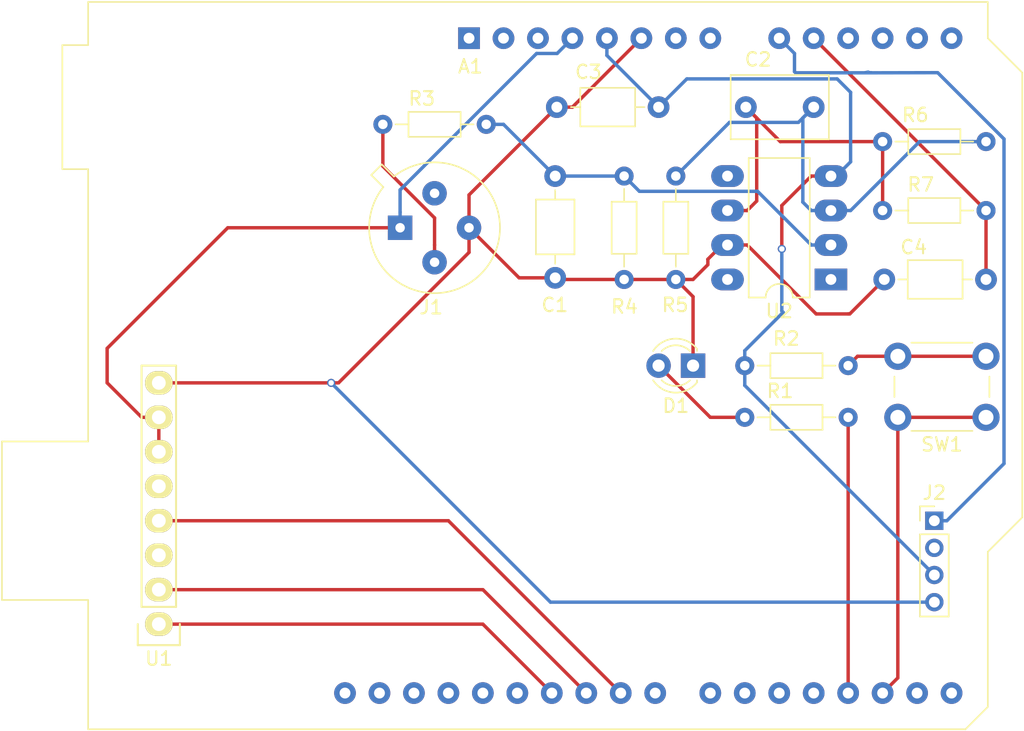
<source format=kicad_pcb>
(kicad_pcb (version 20171130) (host pcbnew "(5.0.2)-1")

  (general
    (thickness 1.6)
    (drawings 1)
    (tracks 118)
    (zones 0)
    (modules 18)
    (nets 46)
  )

  (page A4)
  (title_block
    (date "lun. 30 mars 2015")
  )

  (layers
    (0 F.Cu signal)
    (31 B.Cu signal)
    (32 B.Adhes user)
    (33 F.Adhes user)
    (34 B.Paste user)
    (35 F.Paste user)
    (36 B.SilkS user)
    (37 F.SilkS user)
    (38 B.Mask user)
    (39 F.Mask user)
    (40 Dwgs.User user)
    (41 Cmts.User user)
    (42 Eco1.User user)
    (43 Eco2.User user)
    (44 Edge.Cuts user)
    (45 Margin user)
    (46 B.CrtYd user)
    (47 F.CrtYd user)
    (48 B.Fab user)
    (49 F.Fab user)
  )

  (setup
    (last_trace_width 0.25)
    (trace_clearance 0.2)
    (zone_clearance 0.508)
    (zone_45_only no)
    (trace_min 0.2)
    (segment_width 0.15)
    (edge_width 0.15)
    (via_size 0.6)
    (via_drill 0.4)
    (via_min_size 0.4)
    (via_min_drill 0.3)
    (uvia_size 0.3)
    (uvia_drill 0.1)
    (uvias_allowed no)
    (uvia_min_size 0.2)
    (uvia_min_drill 0.1)
    (pcb_text_width 0.3)
    (pcb_text_size 1.5 1.5)
    (mod_edge_width 0.15)
    (mod_text_size 1 1)
    (mod_text_width 0.15)
    (pad_size 4.064 4.064)
    (pad_drill 3.048)
    (pad_to_mask_clearance 0)
    (solder_mask_min_width 0.25)
    (aux_axis_origin 110.998 126.365)
    (visible_elements 7FFFFFFF)
    (pcbplotparams
      (layerselection 0x00030_80000001)
      (usegerberextensions false)
      (usegerberattributes false)
      (usegerberadvancedattributes false)
      (creategerberjobfile false)
      (excludeedgelayer true)
      (linewidth 0.100000)
      (plotframeref false)
      (viasonmask false)
      (mode 1)
      (useauxorigin false)
      (hpglpennumber 1)
      (hpglpenspeed 20)
      (hpglpendiameter 15.000000)
      (psnegative false)
      (psa4output false)
      (plotreference true)
      (plotvalue true)
      (plotinvisibletext false)
      (padsonsilk false)
      (subtractmaskfromsilk false)
      (outputformat 1)
      (mirror false)
      (drillshape 1)
      (scaleselection 1)
      (outputdirectory ""))
  )

  (net 0 "")
  (net 1 +5V)
  (net 2 GND)
  (net 3 "Net-(A1-Pad16)")
  (net 4 "Net-(A1-Pad15)")
  (net 5 "Net-(A1-Pad30)")
  (net 6 "Net-(A1-Pad14)")
  (net 7 "Net-(A1-Pad29)")
  (net 8 "Net-(A1-Pad13)")
  (net 9 "Net-(A1-Pad28)")
  (net 10 "Net-(A1-Pad12)")
  (net 11 RST)
  (net 12 "Net-(A1-Pad11)")
  (net 13 Tx)
  (net 14 Rx)
  (net 15 "Net-(A1-Pad8)")
  (net 16 "Net-(A1-Pad23)")
  (net 17 "Net-(A1-Pad7)")
  (net 18 "Net-(A1-Pad22)")
  (net 19 "Net-(A1-Pad21)")
  (net 20 "Net-(A1-Pad20)")
  (net 21 "Net-(A1-Pad19)")
  (net 22 "Net-(A1-Pad3)")
  (net 23 "Net-(A1-Pad2)")
  (net 24 "Net-(A1-Pad1)")
  (net 25 "Net-(A1-Pad31)")
  (net 26 "Net-(A1-Pad32)")
  (net 27 "Net-(J2-Pad2)")
  (net 28 A0)
  (net 29 D3)
  (net 30 D2)
  (net 31 "Net-(D1-Pad2)")
  (net 32 "Net-(R1-Pad1)")
  (net 33 "Net-(A1-Pad27)")
  (net 34 +3V3)
  (net 35 "Net-(U1-Pad5)")
  (net 36 "Net-(U1-Pad3)")
  (net 37 A1)
  (net 38 "Net-(C1-Pad1)")
  (net 39 "Net-(C2-Pad2)")
  (net 40 "Net-(C2-Pad1)")
  (net 41 "Net-(J1-Pad2)")
  (net 42 "Net-(J1-Pad4)")
  (net 43 "Net-(U2-Pad8)")
  (net 44 "Net-(U2-Pad5)")
  (net 45 "Net-(U2-Pad1)")

  (net_class Default "This is the default net class."
    (clearance 0.2)
    (trace_width 0.25)
    (via_dia 0.6)
    (via_drill 0.4)
    (uvia_dia 0.3)
    (uvia_drill 0.1)
    (add_net +3V3)
    (add_net +5V)
    (add_net A0)
    (add_net A1)
    (add_net D2)
    (add_net D3)
    (add_net GND)
    (add_net "Net-(A1-Pad1)")
    (add_net "Net-(A1-Pad11)")
    (add_net "Net-(A1-Pad12)")
    (add_net "Net-(A1-Pad13)")
    (add_net "Net-(A1-Pad14)")
    (add_net "Net-(A1-Pad15)")
    (add_net "Net-(A1-Pad16)")
    (add_net "Net-(A1-Pad19)")
    (add_net "Net-(A1-Pad2)")
    (add_net "Net-(A1-Pad20)")
    (add_net "Net-(A1-Pad21)")
    (add_net "Net-(A1-Pad22)")
    (add_net "Net-(A1-Pad23)")
    (add_net "Net-(A1-Pad27)")
    (add_net "Net-(A1-Pad28)")
    (add_net "Net-(A1-Pad29)")
    (add_net "Net-(A1-Pad3)")
    (add_net "Net-(A1-Pad30)")
    (add_net "Net-(A1-Pad31)")
    (add_net "Net-(A1-Pad32)")
    (add_net "Net-(A1-Pad7)")
    (add_net "Net-(A1-Pad8)")
    (add_net "Net-(C1-Pad1)")
    (add_net "Net-(C2-Pad1)")
    (add_net "Net-(C2-Pad2)")
    (add_net "Net-(D1-Pad2)")
    (add_net "Net-(J1-Pad2)")
    (add_net "Net-(J1-Pad4)")
    (add_net "Net-(J2-Pad2)")
    (add_net "Net-(R1-Pad1)")
    (add_net "Net-(U1-Pad3)")
    (add_net "Net-(U1-Pad5)")
    (add_net "Net-(U2-Pad1)")
    (add_net "Net-(U2-Pad5)")
    (add_net "Net-(U2-Pad8)")
    (add_net RST)
    (add_net Rx)
    (add_net Tx)
  )

  (module Resistor_THT:R_Axial_DIN0204_L3.6mm_D1.6mm_P7.62mm_Horizontal (layer F.Cu) (tedit 5AE5139B) (tstamp 5DDC0CA7)
    (at 167.64 99.06 180)
    (descr "Resistor, Axial_DIN0204 series, Axial, Horizontal, pin pitch=7.62mm, 0.167W, length*diameter=3.6*1.6mm^2, http://cdn-reichelt.de/documents/datenblatt/B400/1_4W%23YAG.pdf")
    (tags "Resistor Axial_DIN0204 series Axial Horizontal pin pitch 7.62mm 0.167W length 3.6mm diameter 1.6mm")
    (path /5DDC34ED)
    (fp_text reference R1 (at 5.02 -1.87) (layer F.SilkS)
      (effects (font (size 1 1) (thickness 0.15)))
    )
    (fp_text value 10k (at 1.62 2.05) (layer F.Fab)
      (effects (font (size 1 1) (thickness 0.15)))
    )
    (fp_text user %R (at 3.64 0.03) (layer F.Fab)
      (effects (font (size 1 1) (thickness 0.15)))
    )
    (fp_line (start 8.57 -1.05) (end -0.95 -1.05) (layer F.CrtYd) (width 0.05))
    (fp_line (start 8.57 1.05) (end 8.57 -1.05) (layer F.CrtYd) (width 0.05))
    (fp_line (start -0.95 1.05) (end 8.57 1.05) (layer F.CrtYd) (width 0.05))
    (fp_line (start -0.95 -1.05) (end -0.95 1.05) (layer F.CrtYd) (width 0.05))
    (fp_line (start 6.68 0) (end 5.73 0) (layer F.SilkS) (width 0.12))
    (fp_line (start 0.94 0) (end 1.89 0) (layer F.SilkS) (width 0.12))
    (fp_line (start 5.73 -0.92) (end 1.89 -0.92) (layer F.SilkS) (width 0.12))
    (fp_line (start 5.73 0.92) (end 5.73 -0.92) (layer F.SilkS) (width 0.12))
    (fp_line (start 1.89 0.92) (end 5.73 0.92) (layer F.SilkS) (width 0.12))
    (fp_line (start 1.89 -0.92) (end 1.89 0.92) (layer F.SilkS) (width 0.12))
    (fp_line (start 7.62 0) (end 5.61 0) (layer F.Fab) (width 0.1))
    (fp_line (start 0 0) (end 2.01 0) (layer F.Fab) (width 0.1))
    (fp_line (start 5.61 -0.8) (end 2.01 -0.8) (layer F.Fab) (width 0.1))
    (fp_line (start 5.61 0.8) (end 5.61 -0.8) (layer F.Fab) (width 0.1))
    (fp_line (start 2.01 0.8) (end 5.61 0.8) (layer F.Fab) (width 0.1))
    (fp_line (start 2.01 -0.8) (end 2.01 0.8) (layer F.Fab) (width 0.1))
    (pad 2 thru_hole oval (at 7.62 0 180) (size 1.4 1.4) (drill 0.7) (layers *.Cu *.Mask)
      (net 1 +5V))
    (pad 1 thru_hole circle (at 0 0 180) (size 1.4 1.4) (drill 0.7) (layers *.Cu *.Mask)
      (net 32 "Net-(R1-Pad1)"))
    (model ${KISYS3DMOD}/Resistor_THT.3dshapes/R_Axial_DIN0204_L3.6mm_D1.6mm_P7.62mm_Horizontal.wrl
      (at (xyz 0 0 0))
      (scale (xyz 1 1 1))
      (rotate (xyz 0 0 0))
    )
  )

  (module Resistor_THT:R_Axial_DIN0204_L3.6mm_D1.6mm_P7.62mm_Horizontal (layer F.Cu) (tedit 5AE5139B) (tstamp 5DDC0CBE)
    (at 160.02 102.87)
    (descr "Resistor, Axial_DIN0204 series, Axial, Horizontal, pin pitch=7.62mm, 0.167W, length*diameter=3.6*1.6mm^2, http://cdn-reichelt.de/documents/datenblatt/B400/1_4W%23YAG.pdf")
    (tags "Resistor Axial_DIN0204 series Axial Horizontal pin pitch 7.62mm 0.167W length 3.6mm diameter 1.6mm")
    (path /5DDCE033)
    (fp_text reference R2 (at 3.06 -5.8) (layer F.SilkS)
      (effects (font (size 1 1) (thickness 0.15)))
    )
    (fp_text value 330 (at 5.25 -1.88) (layer F.Fab)
      (effects (font (size 1 1) (thickness 0.15)))
    )
    (fp_line (start 2.01 -0.8) (end 2.01 0.8) (layer F.Fab) (width 0.1))
    (fp_line (start 2.01 0.8) (end 5.61 0.8) (layer F.Fab) (width 0.1))
    (fp_line (start 5.61 0.8) (end 5.61 -0.8) (layer F.Fab) (width 0.1))
    (fp_line (start 5.61 -0.8) (end 2.01 -0.8) (layer F.Fab) (width 0.1))
    (fp_line (start 0 0) (end 2.01 0) (layer F.Fab) (width 0.1))
    (fp_line (start 7.62 0) (end 5.61 0) (layer F.Fab) (width 0.1))
    (fp_line (start 1.89 -0.92) (end 1.89 0.92) (layer F.SilkS) (width 0.12))
    (fp_line (start 1.89 0.92) (end 5.73 0.92) (layer F.SilkS) (width 0.12))
    (fp_line (start 5.73 0.92) (end 5.73 -0.92) (layer F.SilkS) (width 0.12))
    (fp_line (start 5.73 -0.92) (end 1.89 -0.92) (layer F.SilkS) (width 0.12))
    (fp_line (start 0.94 0) (end 1.89 0) (layer F.SilkS) (width 0.12))
    (fp_line (start 6.68 0) (end 5.73 0) (layer F.SilkS) (width 0.12))
    (fp_line (start -0.95 -1.05) (end -0.95 1.05) (layer F.CrtYd) (width 0.05))
    (fp_line (start -0.95 1.05) (end 8.57 1.05) (layer F.CrtYd) (width 0.05))
    (fp_line (start 8.57 1.05) (end 8.57 -1.05) (layer F.CrtYd) (width 0.05))
    (fp_line (start 8.57 -1.05) (end -0.95 -1.05) (layer F.CrtYd) (width 0.05))
    (fp_text user %R (at 3.81 0) (layer F.Fab)
      (effects (font (size 0.72 0.72) (thickness 0.108)))
    )
    (pad 1 thru_hole circle (at 0 0) (size 1.4 1.4) (drill 0.7) (layers *.Cu *.Mask)
      (net 31 "Net-(D1-Pad2)"))
    (pad 2 thru_hole oval (at 7.62 0) (size 1.4 1.4) (drill 0.7) (layers *.Cu *.Mask)
      (net 29 D3))
    (model ${KISYS3DMOD}/Resistor_THT.3dshapes/R_Axial_DIN0204_L3.6mm_D1.6mm_P7.62mm_Horizontal.wrl
      (at (xyz 0 0 0))
      (scale (xyz 1 1 1))
      (rotate (xyz 0 0 0))
    )
  )

  (module Resistor_THT:R_Axial_DIN0204_L3.6mm_D1.6mm_P7.62mm_Horizontal (layer F.Cu) (tedit 5AE5139B) (tstamp 5DE7A5C0)
    (at 140.97 81.28 180)
    (descr "Resistor, Axial_DIN0204 series, Axial, Horizontal, pin pitch=7.62mm, 0.167W, length*diameter=3.6*1.6mm^2, http://cdn-reichelt.de/documents/datenblatt/B400/1_4W%23YAG.pdf")
    (tags "Resistor Axial_DIN0204 series Axial Horizontal pin pitch 7.62mm 0.167W length 3.6mm diameter 1.6mm")
    (path /5DE7D95D)
    (fp_text reference R3 (at 4.75 1.9) (layer F.SilkS)
      (effects (font (size 1 1) (thickness 0.15)))
    )
    (fp_text value 10k (at 1.81 1.96) (layer F.Fab)
      (effects (font (size 1 1) (thickness 0.15)))
    )
    (fp_text user %R (at 3.81 0) (layer F.Fab)
      (effects (font (size 0.72 0.72) (thickness 0.108)))
    )
    (fp_line (start 8.57 -1.05) (end -0.95 -1.05) (layer F.CrtYd) (width 0.05))
    (fp_line (start 8.57 1.05) (end 8.57 -1.05) (layer F.CrtYd) (width 0.05))
    (fp_line (start -0.95 1.05) (end 8.57 1.05) (layer F.CrtYd) (width 0.05))
    (fp_line (start -0.95 -1.05) (end -0.95 1.05) (layer F.CrtYd) (width 0.05))
    (fp_line (start 6.68 0) (end 5.73 0) (layer F.SilkS) (width 0.12))
    (fp_line (start 0.94 0) (end 1.89 0) (layer F.SilkS) (width 0.12))
    (fp_line (start 5.73 -0.92) (end 1.89 -0.92) (layer F.SilkS) (width 0.12))
    (fp_line (start 5.73 0.92) (end 5.73 -0.92) (layer F.SilkS) (width 0.12))
    (fp_line (start 1.89 0.92) (end 5.73 0.92) (layer F.SilkS) (width 0.12))
    (fp_line (start 1.89 -0.92) (end 1.89 0.92) (layer F.SilkS) (width 0.12))
    (fp_line (start 7.62 0) (end 5.61 0) (layer F.Fab) (width 0.1))
    (fp_line (start 0 0) (end 2.01 0) (layer F.Fab) (width 0.1))
    (fp_line (start 5.61 -0.8) (end 2.01 -0.8) (layer F.Fab) (width 0.1))
    (fp_line (start 5.61 0.8) (end 5.61 -0.8) (layer F.Fab) (width 0.1))
    (fp_line (start 2.01 0.8) (end 5.61 0.8) (layer F.Fab) (width 0.1))
    (fp_line (start 2.01 -0.8) (end 2.01 0.8) (layer F.Fab) (width 0.1))
    (pad 2 thru_hole oval (at 7.62 0 180) (size 1.4 1.4) (drill 0.7) (layers *.Cu *.Mask)
      (net 41 "Net-(J1-Pad2)"))
    (pad 1 thru_hole circle (at 0 0 180) (size 1.4 1.4) (drill 0.7) (layers *.Cu *.Mask)
      (net 38 "Net-(C1-Pad1)"))
    (model ${KISYS3DMOD}/Resistor_THT.3dshapes/R_Axial_DIN0204_L3.6mm_D1.6mm_P7.62mm_Horizontal.wrl
      (at (xyz 0 0 0))
      (scale (xyz 1 1 1))
      (rotate (xyz 0 0 0))
    )
  )

  (module Resistor_THT:R_Axial_DIN0204_L3.6mm_D1.6mm_P7.62mm_Horizontal (layer F.Cu) (tedit 5AE5139B) (tstamp 5DE7A5D7)
    (at 151.13 92.71 90)
    (descr "Resistor, Axial_DIN0204 series, Axial, Horizontal, pin pitch=7.62mm, 0.167W, length*diameter=3.6*1.6mm^2, http://cdn-reichelt.de/documents/datenblatt/B400/1_4W%23YAG.pdf")
    (tags "Resistor Axial_DIN0204 series Axial Horizontal pin pitch 7.62mm 0.167W length 3.6mm diameter 1.6mm")
    (path /5DE7E008)
    (fp_text reference R4 (at -2 0.02 180) (layer F.SilkS)
      (effects (font (size 1 1) (thickness 0.15)))
    )
    (fp_text value 100k (at 3.77 -1.94 90) (layer F.Fab)
      (effects (font (size 1 1) (thickness 0.15)))
    )
    (fp_text user %R (at 3.81 0 180) (layer F.Fab)
      (effects (font (size 0.72 0.72) (thickness 0.108)))
    )
    (fp_line (start 8.57 -1.05) (end -0.95 -1.05) (layer F.CrtYd) (width 0.05))
    (fp_line (start 8.57 1.05) (end 8.57 -1.05) (layer F.CrtYd) (width 0.05))
    (fp_line (start -0.95 1.05) (end 8.57 1.05) (layer F.CrtYd) (width 0.05))
    (fp_line (start -0.95 -1.05) (end -0.95 1.05) (layer F.CrtYd) (width 0.05))
    (fp_line (start 6.68 0) (end 5.73 0) (layer F.SilkS) (width 0.12))
    (fp_line (start 0.94 0) (end 1.89 0) (layer F.SilkS) (width 0.12))
    (fp_line (start 5.73 -0.92) (end 1.89 -0.92) (layer F.SilkS) (width 0.12))
    (fp_line (start 5.73 0.92) (end 5.73 -0.92) (layer F.SilkS) (width 0.12))
    (fp_line (start 1.89 0.92) (end 5.73 0.92) (layer F.SilkS) (width 0.12))
    (fp_line (start 1.89 -0.92) (end 1.89 0.92) (layer F.SilkS) (width 0.12))
    (fp_line (start 7.62 0) (end 5.61 0) (layer F.Fab) (width 0.1))
    (fp_line (start 0 0) (end 2.01 0) (layer F.Fab) (width 0.1))
    (fp_line (start 5.61 -0.8) (end 2.01 -0.8) (layer F.Fab) (width 0.1))
    (fp_line (start 5.61 0.8) (end 5.61 -0.8) (layer F.Fab) (width 0.1))
    (fp_line (start 2.01 0.8) (end 5.61 0.8) (layer F.Fab) (width 0.1))
    (fp_line (start 2.01 -0.8) (end 2.01 0.8) (layer F.Fab) (width 0.1))
    (pad 2 thru_hole oval (at 7.62 0 90) (size 1.4 1.4) (drill 0.7) (layers *.Cu *.Mask)
      (net 38 "Net-(C1-Pad1)"))
    (pad 1 thru_hole circle (at 0 0 90) (size 1.4 1.4) (drill 0.7) (layers *.Cu *.Mask)
      (net 2 GND))
    (model ${KISYS3DMOD}/Resistor_THT.3dshapes/R_Axial_DIN0204_L3.6mm_D1.6mm_P7.62mm_Horizontal.wrl
      (at (xyz 0 0 0))
      (scale (xyz 1 1 1))
      (rotate (xyz 0 0 0))
    )
  )

  (module Resistor_THT:R_Axial_DIN0204_L3.6mm_D1.6mm_P7.62mm_Horizontal (layer F.Cu) (tedit 5AE5139B) (tstamp 5DE7A5EE)
    (at 154.94 92.71 90)
    (descr "Resistor, Axial_DIN0204 series, Axial, Horizontal, pin pitch=7.62mm, 0.167W, length*diameter=3.6*1.6mm^2, http://cdn-reichelt.de/documents/datenblatt/B400/1_4W%23YAG.pdf")
    (tags "Resistor Axial_DIN0204 series Axial Horizontal pin pitch 7.62mm 0.167W length 3.6mm diameter 1.6mm")
    (path /5DE7E6AA)
    (fp_text reference R5 (at -1.88 -0.05 180) (layer F.SilkS)
      (effects (font (size 1 1) (thickness 0.15)))
    )
    (fp_text value 1k (at 3.77 -1.95 90) (layer F.Fab)
      (effects (font (size 1 1) (thickness 0.15)))
    )
    (fp_text user %R (at 3.81 0 180) (layer F.Fab)
      (effects (font (size 0.72 0.72) (thickness 0.108)))
    )
    (fp_line (start 8.57 -1.05) (end -0.95 -1.05) (layer F.CrtYd) (width 0.05))
    (fp_line (start 8.57 1.05) (end 8.57 -1.05) (layer F.CrtYd) (width 0.05))
    (fp_line (start -0.95 1.05) (end 8.57 1.05) (layer F.CrtYd) (width 0.05))
    (fp_line (start -0.95 -1.05) (end -0.95 1.05) (layer F.CrtYd) (width 0.05))
    (fp_line (start 6.68 0) (end 5.73 0) (layer F.SilkS) (width 0.12))
    (fp_line (start 0.94 0) (end 1.89 0) (layer F.SilkS) (width 0.12))
    (fp_line (start 5.73 -0.92) (end 1.89 -0.92) (layer F.SilkS) (width 0.12))
    (fp_line (start 5.73 0.92) (end 5.73 -0.92) (layer F.SilkS) (width 0.12))
    (fp_line (start 1.89 0.92) (end 5.73 0.92) (layer F.SilkS) (width 0.12))
    (fp_line (start 1.89 -0.92) (end 1.89 0.92) (layer F.SilkS) (width 0.12))
    (fp_line (start 7.62 0) (end 5.61 0) (layer F.Fab) (width 0.1))
    (fp_line (start 0 0) (end 2.01 0) (layer F.Fab) (width 0.1))
    (fp_line (start 5.61 -0.8) (end 2.01 -0.8) (layer F.Fab) (width 0.1))
    (fp_line (start 5.61 0.8) (end 5.61 -0.8) (layer F.Fab) (width 0.1))
    (fp_line (start 2.01 0.8) (end 5.61 0.8) (layer F.Fab) (width 0.1))
    (fp_line (start 2.01 -0.8) (end 2.01 0.8) (layer F.Fab) (width 0.1))
    (pad 2 thru_hole oval (at 7.62 0 90) (size 1.4 1.4) (drill 0.7) (layers *.Cu *.Mask)
      (net 40 "Net-(C2-Pad1)"))
    (pad 1 thru_hole circle (at 0 0 90) (size 1.4 1.4) (drill 0.7) (layers *.Cu *.Mask)
      (net 2 GND))
    (model ${KISYS3DMOD}/Resistor_THT.3dshapes/R_Axial_DIN0204_L3.6mm_D1.6mm_P7.62mm_Horizontal.wrl
      (at (xyz 0 0 0))
      (scale (xyz 1 1 1))
      (rotate (xyz 0 0 0))
    )
  )

  (module Resistor_THT:R_Axial_DIN0204_L3.6mm_D1.6mm_P7.62mm_Horizontal (layer F.Cu) (tedit 5AE5139B) (tstamp 5DE7A605)
    (at 170.18 82.55)
    (descr "Resistor, Axial_DIN0204 series, Axial, Horizontal, pin pitch=7.62mm, 0.167W, length*diameter=3.6*1.6mm^2, http://cdn-reichelt.de/documents/datenblatt/B400/1_4W%23YAG.pdf")
    (tags "Resistor Axial_DIN0204 series Axial Horizontal pin pitch 7.62mm 0.167W length 3.6mm diameter 1.6mm")
    (path /5DE7D28B)
    (fp_text reference R6 (at 2.41 -1.96) (layer F.SilkS)
      (effects (font (size 1 1) (thickness 0.15)))
    )
    (fp_text value 100k (at 5.4 -1.91) (layer F.Fab)
      (effects (font (size 1 1) (thickness 0.15)))
    )
    (fp_text user %R (at 3.81 0) (layer F.Fab)
      (effects (font (size 0.72 0.72) (thickness 0.108)))
    )
    (fp_line (start 8.57 -1.05) (end -0.95 -1.05) (layer F.CrtYd) (width 0.05))
    (fp_line (start 8.57 1.05) (end 8.57 -1.05) (layer F.CrtYd) (width 0.05))
    (fp_line (start -0.95 1.05) (end 8.57 1.05) (layer F.CrtYd) (width 0.05))
    (fp_line (start -0.95 -1.05) (end -0.95 1.05) (layer F.CrtYd) (width 0.05))
    (fp_line (start 6.68 0) (end 5.73 0) (layer F.SilkS) (width 0.12))
    (fp_line (start 0.94 0) (end 1.89 0) (layer F.SilkS) (width 0.12))
    (fp_line (start 5.73 -0.92) (end 1.89 -0.92) (layer F.SilkS) (width 0.12))
    (fp_line (start 5.73 0.92) (end 5.73 -0.92) (layer F.SilkS) (width 0.12))
    (fp_line (start 1.89 0.92) (end 5.73 0.92) (layer F.SilkS) (width 0.12))
    (fp_line (start 1.89 -0.92) (end 1.89 0.92) (layer F.SilkS) (width 0.12))
    (fp_line (start 7.62 0) (end 5.61 0) (layer F.Fab) (width 0.1))
    (fp_line (start 0 0) (end 2.01 0) (layer F.Fab) (width 0.1))
    (fp_line (start 5.61 -0.8) (end 2.01 -0.8) (layer F.Fab) (width 0.1))
    (fp_line (start 5.61 0.8) (end 5.61 -0.8) (layer F.Fab) (width 0.1))
    (fp_line (start 2.01 0.8) (end 5.61 0.8) (layer F.Fab) (width 0.1))
    (fp_line (start 2.01 -0.8) (end 2.01 0.8) (layer F.Fab) (width 0.1))
    (pad 2 thru_hole oval (at 7.62 0) (size 1.4 1.4) (drill 0.7) (layers *.Cu *.Mask)
      (net 40 "Net-(C2-Pad1)"))
    (pad 1 thru_hole circle (at 0 0) (size 1.4 1.4) (drill 0.7) (layers *.Cu *.Mask)
      (net 39 "Net-(C2-Pad2)"))
    (model ${KISYS3DMOD}/Resistor_THT.3dshapes/R_Axial_DIN0204_L3.6mm_D1.6mm_P7.62mm_Horizontal.wrl
      (at (xyz 0 0 0))
      (scale (xyz 1 1 1))
      (rotate (xyz 0 0 0))
    )
  )

  (module Resistor_THT:R_Axial_DIN0204_L3.6mm_D1.6mm_P7.62mm_Horizontal (layer F.Cu) (tedit 5AE5139B) (tstamp 5DE7A61C)
    (at 177.8 87.63 180)
    (descr "Resistor, Axial_DIN0204 series, Axial, Horizontal, pin pitch=7.62mm, 0.167W, length*diameter=3.6*1.6mm^2, http://cdn-reichelt.de/documents/datenblatt/B400/1_4W%23YAG.pdf")
    (tags "Resistor Axial_DIN0204 series Axial Horizontal pin pitch 7.62mm 0.167W length 3.6mm diameter 1.6mm")
    (path /5DE7BDA4)
    (fp_text reference R7 (at 4.81 1.91) (layer F.SilkS)
      (effects (font (size 1 1) (thickness 0.15)))
    )
    (fp_text value 1k (at 2.56 1.97) (layer F.Fab)
      (effects (font (size 1 1) (thickness 0.15)))
    )
    (fp_text user %R (at 3.81 0) (layer F.Fab)
      (effects (font (size 0.72 0.72) (thickness 0.108)))
    )
    (fp_line (start 8.57 -1.05) (end -0.95 -1.05) (layer F.CrtYd) (width 0.05))
    (fp_line (start 8.57 1.05) (end 8.57 -1.05) (layer F.CrtYd) (width 0.05))
    (fp_line (start -0.95 1.05) (end 8.57 1.05) (layer F.CrtYd) (width 0.05))
    (fp_line (start -0.95 -1.05) (end -0.95 1.05) (layer F.CrtYd) (width 0.05))
    (fp_line (start 6.68 0) (end 5.73 0) (layer F.SilkS) (width 0.12))
    (fp_line (start 0.94 0) (end 1.89 0) (layer F.SilkS) (width 0.12))
    (fp_line (start 5.73 -0.92) (end 1.89 -0.92) (layer F.SilkS) (width 0.12))
    (fp_line (start 5.73 0.92) (end 5.73 -0.92) (layer F.SilkS) (width 0.12))
    (fp_line (start 1.89 0.92) (end 5.73 0.92) (layer F.SilkS) (width 0.12))
    (fp_line (start 1.89 -0.92) (end 1.89 0.92) (layer F.SilkS) (width 0.12))
    (fp_line (start 7.62 0) (end 5.61 0) (layer F.Fab) (width 0.1))
    (fp_line (start 0 0) (end 2.01 0) (layer F.Fab) (width 0.1))
    (fp_line (start 5.61 -0.8) (end 2.01 -0.8) (layer F.Fab) (width 0.1))
    (fp_line (start 5.61 0.8) (end 5.61 -0.8) (layer F.Fab) (width 0.1))
    (fp_line (start 2.01 0.8) (end 5.61 0.8) (layer F.Fab) (width 0.1))
    (fp_line (start 2.01 -0.8) (end 2.01 0.8) (layer F.Fab) (width 0.1))
    (pad 2 thru_hole oval (at 7.62 0 180) (size 1.4 1.4) (drill 0.7) (layers *.Cu *.Mask)
      (net 39 "Net-(C2-Pad2)"))
    (pad 1 thru_hole circle (at 0 0 180) (size 1.4 1.4) (drill 0.7) (layers *.Cu *.Mask)
      (net 37 A1))
    (model ${KISYS3DMOD}/Resistor_THT.3dshapes/R_Axial_DIN0204_L3.6mm_D1.6mm_P7.62mm_Horizontal.wrl
      (at (xyz 0 0 0))
      (scale (xyz 1 1 1))
      (rotate (xyz 0 0 0))
    )
  )

  (module Module:Arduino_UNO_R3 (layer F.Cu) (tedit 58AB60FC) (tstamp 5DF0B134)
    (at 139.7 74.93)
    (descr "Arduino UNO R3, http://www.mouser.com/pdfdocs/Gravitech_Arduino_Nano3_0.pdf")
    (tags "Arduino UNO R3")
    (path /5DDC2AFB)
    (fp_text reference A1 (at 0.1 2.08 180) (layer F.SilkS)
      (effects (font (size 1 1) (thickness 0.15)))
    )
    (fp_text value Arduino_UNO_R3 (at 0 22.86) (layer F.Fab)
      (effects (font (size 1 1) (thickness 0.15)))
    )
    (fp_line (start -27.94 -2.54) (end 38.1 -2.54) (layer F.Fab) (width 0.1))
    (fp_line (start -27.94 50.8) (end -27.94 -2.54) (layer F.Fab) (width 0.1))
    (fp_line (start 36.58 50.8) (end -27.94 50.8) (layer F.Fab) (width 0.1))
    (fp_line (start 38.1 49.28) (end 36.58 50.8) (layer F.Fab) (width 0.1))
    (fp_line (start 38.1 0) (end 40.64 2.54) (layer F.Fab) (width 0.1))
    (fp_line (start 38.1 -2.54) (end 38.1 0) (layer F.Fab) (width 0.1))
    (fp_line (start 40.64 35.31) (end 38.1 37.85) (layer F.Fab) (width 0.1))
    (fp_line (start 40.64 2.54) (end 40.64 35.31) (layer F.Fab) (width 0.1))
    (fp_line (start 38.1 37.85) (end 38.1 49.28) (layer F.Fab) (width 0.1))
    (fp_line (start -29.84 9.53) (end -29.84 0.64) (layer F.Fab) (width 0.1))
    (fp_line (start -16.51 9.53) (end -29.84 9.53) (layer F.Fab) (width 0.1))
    (fp_line (start -16.51 0.64) (end -16.51 9.53) (layer F.Fab) (width 0.1))
    (fp_line (start -29.84 0.64) (end -16.51 0.64) (layer F.Fab) (width 0.1))
    (fp_line (start -34.29 41.27) (end -34.29 29.84) (layer F.Fab) (width 0.1))
    (fp_line (start -18.41 41.27) (end -34.29 41.27) (layer F.Fab) (width 0.1))
    (fp_line (start -18.41 29.84) (end -18.41 41.27) (layer F.Fab) (width 0.1))
    (fp_line (start -34.29 29.84) (end -18.41 29.84) (layer F.Fab) (width 0.1))
    (fp_line (start 38.23 37.85) (end 40.77 35.31) (layer F.SilkS) (width 0.12))
    (fp_line (start 38.23 49.28) (end 38.23 37.85) (layer F.SilkS) (width 0.12))
    (fp_line (start 36.58 50.93) (end 38.23 49.28) (layer F.SilkS) (width 0.12))
    (fp_line (start -28.07 50.93) (end 36.58 50.93) (layer F.SilkS) (width 0.12))
    (fp_line (start -28.07 41.4) (end -28.07 50.93) (layer F.SilkS) (width 0.12))
    (fp_line (start -34.42 41.4) (end -28.07 41.4) (layer F.SilkS) (width 0.12))
    (fp_line (start -34.42 29.72) (end -34.42 41.4) (layer F.SilkS) (width 0.12))
    (fp_line (start -28.07 29.72) (end -34.42 29.72) (layer F.SilkS) (width 0.12))
    (fp_line (start -28.07 9.65) (end -28.07 29.72) (layer F.SilkS) (width 0.12))
    (fp_line (start -29.97 9.65) (end -28.07 9.65) (layer F.SilkS) (width 0.12))
    (fp_line (start -29.97 0.51) (end -29.97 9.65) (layer F.SilkS) (width 0.12))
    (fp_line (start -28.07 0.51) (end -29.97 0.51) (layer F.SilkS) (width 0.12))
    (fp_line (start -28.07 -2.67) (end -28.07 0.51) (layer F.SilkS) (width 0.12))
    (fp_line (start 38.23 -2.67) (end -28.07 -2.67) (layer F.SilkS) (width 0.12))
    (fp_line (start 38.23 0) (end 38.23 -2.67) (layer F.SilkS) (width 0.12))
    (fp_line (start 40.77 2.54) (end 38.23 0) (layer F.SilkS) (width 0.12))
    (fp_line (start 40.77 35.31) (end 40.77 2.54) (layer F.SilkS) (width 0.12))
    (fp_line (start -28.19 -2.79) (end 38.35 -2.79) (layer F.CrtYd) (width 0.05))
    (fp_line (start -28.19 0.38) (end -28.19 -2.79) (layer F.CrtYd) (width 0.05))
    (fp_line (start -30.1 0.38) (end -28.19 0.38) (layer F.CrtYd) (width 0.05))
    (fp_line (start -30.1 9.78) (end -30.1 0.38) (layer F.CrtYd) (width 0.05))
    (fp_line (start -28.19 9.78) (end -30.1 9.78) (layer F.CrtYd) (width 0.05))
    (fp_line (start -28.19 29.59) (end -28.19 9.78) (layer F.CrtYd) (width 0.05))
    (fp_line (start -34.54 29.59) (end -28.19 29.59) (layer F.CrtYd) (width 0.05))
    (fp_line (start -34.54 41.53) (end -34.54 29.59) (layer F.CrtYd) (width 0.05))
    (fp_line (start -28.19 41.53) (end -34.54 41.53) (layer F.CrtYd) (width 0.05))
    (fp_line (start -28.19 51.05) (end -28.19 41.53) (layer F.CrtYd) (width 0.05))
    (fp_line (start 36.58 51.05) (end -28.19 51.05) (layer F.CrtYd) (width 0.05))
    (fp_line (start 38.35 49.28) (end 36.58 51.05) (layer F.CrtYd) (width 0.05))
    (fp_line (start 38.35 37.85) (end 38.35 49.28) (layer F.CrtYd) (width 0.05))
    (fp_line (start 40.89 35.31) (end 38.35 37.85) (layer F.CrtYd) (width 0.05))
    (fp_line (start 40.89 2.54) (end 40.89 35.31) (layer F.CrtYd) (width 0.05))
    (fp_line (start 38.35 0) (end 40.89 2.54) (layer F.CrtYd) (width 0.05))
    (fp_line (start 38.35 -2.79) (end 38.35 0) (layer F.CrtYd) (width 0.05))
    (fp_text user %R (at -2.1 0.01 180) (layer F.Fab)
      (effects (font (size 1 1) (thickness 0.15)))
    )
    (pad 16 thru_hole oval (at 33.02 48.26 90) (size 1.6 1.6) (drill 0.8) (layers *.Cu *.Mask)
      (net 3 "Net-(A1-Pad16)"))
    (pad 15 thru_hole oval (at 35.56 48.26 90) (size 1.6 1.6) (drill 0.8) (layers *.Cu *.Mask)
      (net 4 "Net-(A1-Pad15)"))
    (pad 30 thru_hole oval (at -4.06 48.26 90) (size 1.6 1.6) (drill 0.8) (layers *.Cu *.Mask)
      (net 5 "Net-(A1-Pad30)"))
    (pad 14 thru_hole oval (at 35.56 0 90) (size 1.6 1.6) (drill 0.8) (layers *.Cu *.Mask)
      (net 6 "Net-(A1-Pad14)"))
    (pad 29 thru_hole oval (at -1.52 48.26 90) (size 1.6 1.6) (drill 0.8) (layers *.Cu *.Mask)
      (net 7 "Net-(A1-Pad29)"))
    (pad 13 thru_hole oval (at 33.02 0 90) (size 1.6 1.6) (drill 0.8) (layers *.Cu *.Mask)
      (net 8 "Net-(A1-Pad13)"))
    (pad 28 thru_hole oval (at 1.02 48.26 90) (size 1.6 1.6) (drill 0.8) (layers *.Cu *.Mask)
      (net 9 "Net-(A1-Pad28)"))
    (pad 12 thru_hole oval (at 30.48 0 90) (size 1.6 1.6) (drill 0.8) (layers *.Cu *.Mask)
      (net 10 "Net-(A1-Pad12)"))
    (pad 27 thru_hole oval (at 3.56 48.26 90) (size 1.6 1.6) (drill 0.8) (layers *.Cu *.Mask)
      (net 33 "Net-(A1-Pad27)"))
    (pad 11 thru_hole oval (at 27.94 0 90) (size 1.6 1.6) (drill 0.8) (layers *.Cu *.Mask)
      (net 12 "Net-(A1-Pad11)"))
    (pad 26 thru_hole oval (at 6.1 48.26 90) (size 1.6 1.6) (drill 0.8) (layers *.Cu *.Mask)
      (net 13 Tx))
    (pad 10 thru_hole oval (at 25.4 0 90) (size 1.6 1.6) (drill 0.8) (layers *.Cu *.Mask)
      (net 37 A1))
    (pad 25 thru_hole oval (at 8.64 48.26 90) (size 1.6 1.6) (drill 0.8) (layers *.Cu *.Mask)
      (net 14 Rx))
    (pad 9 thru_hole oval (at 22.86 0 90) (size 1.6 1.6) (drill 0.8) (layers *.Cu *.Mask)
      (net 28 A0))
    (pad 24 thru_hole oval (at 11.18 48.26 90) (size 1.6 1.6) (drill 0.8) (layers *.Cu *.Mask)
      (net 11 RST))
    (pad 8 thru_hole oval (at 17.78 0 90) (size 1.6 1.6) (drill 0.8) (layers *.Cu *.Mask)
      (net 15 "Net-(A1-Pad8)"))
    (pad 23 thru_hole oval (at 13.72 48.26 90) (size 1.6 1.6) (drill 0.8) (layers *.Cu *.Mask)
      (net 16 "Net-(A1-Pad23)"))
    (pad 7 thru_hole oval (at 15.24 0 90) (size 1.6 1.6) (drill 0.8) (layers *.Cu *.Mask)
      (net 17 "Net-(A1-Pad7)"))
    (pad 22 thru_hole oval (at 17.78 48.26 90) (size 1.6 1.6) (drill 0.8) (layers *.Cu *.Mask)
      (net 18 "Net-(A1-Pad22)"))
    (pad 6 thru_hole oval (at 12.7 0 90) (size 1.6 1.6) (drill 0.8) (layers *.Cu *.Mask)
      (net 2 GND))
    (pad 21 thru_hole oval (at 20.32 48.26 90) (size 1.6 1.6) (drill 0.8) (layers *.Cu *.Mask)
      (net 19 "Net-(A1-Pad21)"))
    (pad 5 thru_hole oval (at 10.16 0 90) (size 1.6 1.6) (drill 0.8) (layers *.Cu *.Mask)
      (net 1 +5V))
    (pad 20 thru_hole oval (at 22.86 48.26 90) (size 1.6 1.6) (drill 0.8) (layers *.Cu *.Mask)
      (net 20 "Net-(A1-Pad20)"))
    (pad 4 thru_hole oval (at 7.62 0 90) (size 1.6 1.6) (drill 0.8) (layers *.Cu *.Mask)
      (net 34 +3V3))
    (pad 19 thru_hole oval (at 25.4 48.26 90) (size 1.6 1.6) (drill 0.8) (layers *.Cu *.Mask)
      (net 21 "Net-(A1-Pad19)"))
    (pad 3 thru_hole oval (at 5.08 0 90) (size 1.6 1.6) (drill 0.8) (layers *.Cu *.Mask)
      (net 22 "Net-(A1-Pad3)"))
    (pad 18 thru_hole oval (at 27.94 48.26 90) (size 1.6 1.6) (drill 0.8) (layers *.Cu *.Mask)
      (net 29 D3))
    (pad 2 thru_hole oval (at 2.54 0 90) (size 1.6 1.6) (drill 0.8) (layers *.Cu *.Mask)
      (net 23 "Net-(A1-Pad2)"))
    (pad 17 thru_hole oval (at 30.48 48.26 90) (size 1.6 1.6) (drill 0.8) (layers *.Cu *.Mask)
      (net 30 D2))
    (pad 1 thru_hole rect (at 0 0 90) (size 1.6 1.6) (drill 0.8) (layers *.Cu *.Mask)
      (net 24 "Net-(A1-Pad1)"))
    (pad 31 thru_hole oval (at -6.6 48.26 90) (size 1.6 1.6) (drill 0.8) (layers *.Cu *.Mask)
      (net 25 "Net-(A1-Pad31)"))
    (pad 32 thru_hole oval (at -9.14 48.26 90) (size 1.6 1.6) (drill 0.8) (layers *.Cu *.Mask)
      (net 26 "Net-(A1-Pad32)"))
    (model ${KISYS3DMOD}/Module.3dshapes/Arduino_UNO_R3.wrl
      (at (xyz 0 0 0))
      (scale (xyz 1 1 1))
      (rotate (xyz 0 0 0))
    )
  )

  (module Package_DIP:DIP-8_W7.62mm_LongPads (layer F.Cu) (tedit 5A02E8C5) (tstamp 5DF0C965)
    (at 166.37 92.71 180)
    (descr "8-lead though-hole mounted DIP package, row spacing 7.62 mm (300 mils), LongPads")
    (tags "THT DIP DIL PDIP 2.54mm 7.62mm 300mil LongPads")
    (path /5DE7C650)
    (fp_text reference U2 (at 3.81 -2.33) (layer F.SilkS)
      (effects (font (size 1 1) (thickness 0.15)))
    )
    (fp_text value LTC1050 (at 3.81 9.95) (layer F.Fab)
      (effects (font (size 1 1) (thickness 0.15)))
    )
    (fp_text user %R (at 3.81 3.81) (layer F.Fab)
      (effects (font (size 1 1) (thickness 0.15)))
    )
    (fp_line (start 9.1 -1.55) (end -1.45 -1.55) (layer F.CrtYd) (width 0.05))
    (fp_line (start 9.1 9.15) (end 9.1 -1.55) (layer F.CrtYd) (width 0.05))
    (fp_line (start -1.45 9.15) (end 9.1 9.15) (layer F.CrtYd) (width 0.05))
    (fp_line (start -1.45 -1.55) (end -1.45 9.15) (layer F.CrtYd) (width 0.05))
    (fp_line (start 6.06 -1.33) (end 4.81 -1.33) (layer F.SilkS) (width 0.12))
    (fp_line (start 6.06 8.95) (end 6.06 -1.33) (layer F.SilkS) (width 0.12))
    (fp_line (start 1.56 8.95) (end 6.06 8.95) (layer F.SilkS) (width 0.12))
    (fp_line (start 1.56 -1.33) (end 1.56 8.95) (layer F.SilkS) (width 0.12))
    (fp_line (start 2.81 -1.33) (end 1.56 -1.33) (layer F.SilkS) (width 0.12))
    (fp_line (start 0.635 -0.27) (end 1.635 -1.27) (layer F.Fab) (width 0.1))
    (fp_line (start 0.635 8.89) (end 0.635 -0.27) (layer F.Fab) (width 0.1))
    (fp_line (start 6.985 8.89) (end 0.635 8.89) (layer F.Fab) (width 0.1))
    (fp_line (start 6.985 -1.27) (end 6.985 8.89) (layer F.Fab) (width 0.1))
    (fp_line (start 1.635 -1.27) (end 6.985 -1.27) (layer F.Fab) (width 0.1))
    (fp_arc (start 3.81 -1.33) (end 2.81 -1.33) (angle -180) (layer F.SilkS) (width 0.12))
    (pad 8 thru_hole oval (at 7.62 0 180) (size 2.4 1.6) (drill 0.8) (layers *.Cu *.Mask)
      (net 43 "Net-(U2-Pad8)"))
    (pad 4 thru_hole oval (at 0 7.62 180) (size 2.4 1.6) (drill 0.8) (layers *.Cu *.Mask)
      (net 1 +5V))
    (pad 7 thru_hole oval (at 7.62 2.54 180) (size 2.4 1.6) (drill 0.8) (layers *.Cu *.Mask)
      (net 2 GND))
    (pad 3 thru_hole oval (at 0 5.08 180) (size 2.4 1.6) (drill 0.8) (layers *.Cu *.Mask)
      (net 40 "Net-(C2-Pad1)"))
    (pad 6 thru_hole oval (at 7.62 5.08 180) (size 2.4 1.6) (drill 0.8) (layers *.Cu *.Mask)
      (net 39 "Net-(C2-Pad2)"))
    (pad 2 thru_hole oval (at 0 2.54 180) (size 2.4 1.6) (drill 0.8) (layers *.Cu *.Mask)
      (net 38 "Net-(C1-Pad1)"))
    (pad 5 thru_hole oval (at 7.62 7.62 180) (size 2.4 1.6) (drill 0.8) (layers *.Cu *.Mask)
      (net 44 "Net-(U2-Pad5)"))
    (pad 1 thru_hole rect (at 0 0 180) (size 2.4 1.6) (drill 0.8) (layers *.Cu *.Mask)
      (net 45 "Net-(U2-Pad1)"))
    (model ${KISYS3DMOD}/Package_DIP.3dshapes/DIP-8_W7.62mm.wrl
      (at (xyz 0 0 0))
      (scale (xyz 1 1 1))
      (rotate (xyz 0 0 0))
    )
  )

  (module ShieldArduino_Empreintes:TO-5-4_1 (layer F.Cu) (tedit 5BD71509) (tstamp 5E133BA4)
    (at 134.62 88.9)
    (descr TO-5-4)
    (tags TO-5-4)
    (path /5DEBE79D)
    (fp_text reference J1 (at 2.29 5.86) (layer F.SilkS)
      (effects (font (size 1 1) (thickness 0.15)))
    )
    (fp_text value Conn_01x04 (at 2.54 5.82) (layer F.Fab) hide
      (effects (font (size 1 1) (thickness 0.15)))
    )
    (fp_text user %R (at 2.58 -0.13 180) (layer F.Fab)
      (effects (font (size 1 1) (thickness 0.15)))
    )
    (fp_line (start -0.465408 -3.61352) (end -1.27151 -4.419621) (layer F.Fab) (width 0.1))
    (fp_line (start -1.27151 -4.419621) (end -1.879621 -3.81151) (layer F.Fab) (width 0.1))
    (fp_line (start -1.879621 -3.81151) (end -1.07352 -3.005408) (layer F.Fab) (width 0.1))
    (fp_line (start -0.457084 -3.774902) (end -1.348039 -4.665856) (layer F.SilkS) (width 0.12))
    (fp_line (start -1.348039 -4.665856) (end -2.125856 -3.888039) (layer F.SilkS) (width 0.12))
    (fp_line (start -2.125856 -3.888039) (end -1.234902 -2.997084) (layer F.SilkS) (width 0.12))
    (fp_line (start -2.41 -4.95) (end -2.41 4.95) (layer F.CrtYd) (width 0.05))
    (fp_line (start -2.41 4.95) (end 7.49 4.95) (layer F.CrtYd) (width 0.05))
    (fp_line (start 7.49 4.95) (end 7.49 -4.95) (layer F.CrtYd) (width 0.05))
    (fp_line (start 7.49 -4.95) (end -2.41 -4.95) (layer F.CrtYd) (width 0.05))
    (fp_circle (center 2.54 0) (end 6.79 0) (layer F.Fab) (width 0.1))
    (fp_arc (start 2.54 0) (end -0.465408 -3.61352) (angle 349.5) (layer F.Fab) (width 0.1))
    (fp_arc (start 2.54 0) (end -0.457084 -3.774902) (angle 346.9) (layer F.SilkS) (width 0.12))
    (pad 1 thru_hole rect (at 0 0) (size 1.8 1.8) (drill 0.7) (layers *.Cu *.Mask)
      (net 34 +3V3))
    (pad 2 thru_hole circle (at 2.54 2.54) (size 1.8 1.8) (drill 0.7) (layers *.Cu *.Mask)
      (net 41 "Net-(J1-Pad2)"))
    (pad 3 thru_hole circle (at 5.08 0) (size 1.8 1.8) (drill 0.7) (layers *.Cu *.Mask)
      (net 2 GND))
    (pad 4 thru_hole circle (at 2.54 -2.54) (size 1.8 1.8) (drill 0.7) (layers *.Cu *.Mask)
      (net 42 "Net-(J1-Pad4)"))
    (model ${KISYS3DMOD}/Package_TO_SOT_THT.3dshapes/TO-5-4.wrl
      (at (xyz 0 0 0))
      (scale (xyz 1 1 1))
      (rotate (xyz 0 0 0))
    )
  )

  (module Capacitor_THT:C_Axial_L3.8mm_D2.6mm_P7.50mm_Horizontal (layer F.Cu) (tedit 5AE50EF0) (tstamp 5DE7A4E9)
    (at 177.8 92.71 180)
    (descr "C, Axial series, Axial, Horizontal, pin pitch=7.5mm, , length*diameter=3.8*2.6mm^2, http://www.vishay.com/docs/45231/arseries.pdf")
    (tags "C Axial series Axial Horizontal pin pitch 7.5mm  length 3.8mm diameter 2.6mm")
    (path /5DE7F32E)
    (fp_text reference C4 (at 5.33 2.38) (layer F.SilkS)
      (effects (font (size 1 1) (thickness 0.15)))
    )
    (fp_text value 100n (at 2.33 2.38) (layer F.Fab)
      (effects (font (size 1 1) (thickness 0.15)))
    )
    (fp_text user %R (at 3.75 0) (layer F.Fab)
      (effects (font (size 0.76 0.76) (thickness 0.114)))
    )
    (fp_line (start 8.55 -1.55) (end -1.05 -1.55) (layer F.CrtYd) (width 0.05))
    (fp_line (start 8.55 1.55) (end 8.55 -1.55) (layer F.CrtYd) (width 0.05))
    (fp_line (start -1.05 1.55) (end 8.55 1.55) (layer F.CrtYd) (width 0.05))
    (fp_line (start -1.05 -1.55) (end -1.05 1.55) (layer F.CrtYd) (width 0.05))
    (fp_line (start 6.46 0) (end 5.77 0) (layer F.SilkS) (width 0.12))
    (fp_line (start 1.04 0) (end 1.73 0) (layer F.SilkS) (width 0.12))
    (fp_line (start 5.77 -1.42) (end 1.73 -1.42) (layer F.SilkS) (width 0.12))
    (fp_line (start 5.77 1.42) (end 5.77 -1.42) (layer F.SilkS) (width 0.12))
    (fp_line (start 1.73 1.42) (end 5.77 1.42) (layer F.SilkS) (width 0.12))
    (fp_line (start 1.73 -1.42) (end 1.73 1.42) (layer F.SilkS) (width 0.12))
    (fp_line (start 7.5 0) (end 5.65 0) (layer F.Fab) (width 0.1))
    (fp_line (start 0 0) (end 1.85 0) (layer F.Fab) (width 0.1))
    (fp_line (start 5.65 -1.3) (end 1.85 -1.3) (layer F.Fab) (width 0.1))
    (fp_line (start 5.65 1.3) (end 5.65 -1.3) (layer F.Fab) (width 0.1))
    (fp_line (start 1.85 1.3) (end 5.65 1.3) (layer F.Fab) (width 0.1))
    (fp_line (start 1.85 -1.3) (end 1.85 1.3) (layer F.Fab) (width 0.1))
    (pad 2 thru_hole oval (at 7.5 0 180) (size 1.6 1.6) (drill 0.8) (layers *.Cu *.Mask)
      (net 2 GND))
    (pad 1 thru_hole circle (at 0 0 180) (size 1.6 1.6) (drill 0.8) (layers *.Cu *.Mask)
      (net 37 A1))
    (model ${KISYS3DMOD}/Capacitor_THT.3dshapes/C_Axial_L3.8mm_D2.6mm_P7.50mm_Horizontal.wrl
      (at (xyz 0 0 0))
      (scale (xyz 1 1 1))
      (rotate (xyz 0 0 0))
    )
  )

  (module Capacitor_THT:C_Axial_L3.8mm_D2.6mm_P7.50mm_Horizontal (layer F.Cu) (tedit 5AE50EF0) (tstamp 5DE7A4D2)
    (at 153.67 80.01 180)
    (descr "C, Axial series, Axial, Horizontal, pin pitch=7.5mm, , length*diameter=3.8*2.6mm^2, http://www.vishay.com/docs/45231/arseries.pdf")
    (tags "C Axial series Axial Horizontal pin pitch 7.5mm  length 3.8mm diameter 2.6mm")
    (path /5DE80278)
    (fp_text reference C3 (at 5.17 2.59) (layer F.SilkS)
      (effects (font (size 1 1) (thickness 0.15)))
    )
    (fp_text value 100n (at 2.06 2.54) (layer F.Fab)
      (effects (font (size 1 1) (thickness 0.15)))
    )
    (fp_text user %R (at 3.75 0) (layer F.Fab)
      (effects (font (size 0.76 0.76) (thickness 0.114)))
    )
    (fp_line (start 8.55 -1.55) (end -1.05 -1.55) (layer F.CrtYd) (width 0.05))
    (fp_line (start 8.55 1.55) (end 8.55 -1.55) (layer F.CrtYd) (width 0.05))
    (fp_line (start -1.05 1.55) (end 8.55 1.55) (layer F.CrtYd) (width 0.05))
    (fp_line (start -1.05 -1.55) (end -1.05 1.55) (layer F.CrtYd) (width 0.05))
    (fp_line (start 6.46 0) (end 5.77 0) (layer F.SilkS) (width 0.12))
    (fp_line (start 1.04 0) (end 1.73 0) (layer F.SilkS) (width 0.12))
    (fp_line (start 5.77 -1.42) (end 1.73 -1.42) (layer F.SilkS) (width 0.12))
    (fp_line (start 5.77 1.42) (end 5.77 -1.42) (layer F.SilkS) (width 0.12))
    (fp_line (start 1.73 1.42) (end 5.77 1.42) (layer F.SilkS) (width 0.12))
    (fp_line (start 1.73 -1.42) (end 1.73 1.42) (layer F.SilkS) (width 0.12))
    (fp_line (start 7.5 0) (end 5.65 0) (layer F.Fab) (width 0.1))
    (fp_line (start 0 0) (end 1.85 0) (layer F.Fab) (width 0.1))
    (fp_line (start 5.65 -1.3) (end 1.85 -1.3) (layer F.Fab) (width 0.1))
    (fp_line (start 5.65 1.3) (end 5.65 -1.3) (layer F.Fab) (width 0.1))
    (fp_line (start 1.85 1.3) (end 5.65 1.3) (layer F.Fab) (width 0.1))
    (fp_line (start 1.85 -1.3) (end 1.85 1.3) (layer F.Fab) (width 0.1))
    (pad 2 thru_hole oval (at 7.5 0 180) (size 1.6 1.6) (drill 0.8) (layers *.Cu *.Mask)
      (net 2 GND))
    (pad 1 thru_hole circle (at 0 0 180) (size 1.6 1.6) (drill 0.8) (layers *.Cu *.Mask)
      (net 1 +5V))
    (model ${KISYS3DMOD}/Capacitor_THT.3dshapes/C_Axial_L3.8mm_D2.6mm_P7.50mm_Horizontal.wrl
      (at (xyz 0 0 0))
      (scale (xyz 1 1 1))
      (rotate (xyz 0 0 0))
    )
  )

  (module Capacitor_THT:C_Rect_L7.0mm_W4.5mm_P5.00mm (layer F.Cu) (tedit 5AE50EF0) (tstamp 5DE7A4BB)
    (at 165.1 80.01 180)
    (descr "C, Rect series, Radial, pin pitch=5.00mm, , length*width=7*4.5mm^2, Capacitor")
    (tags "C Rect series Radial pin pitch 5.00mm  length 7mm width 4.5mm Capacitor")
    (path /5DE7FA7C)
    (fp_text reference C2 (at 4.1 3.51) (layer F.SilkS)
      (effects (font (size 1 1) (thickness 0.15)))
    )
    (fp_text value 1µ (at 1.27 3.57) (layer F.Fab)
      (effects (font (size 1 1) (thickness 0.15)))
    )
    (fp_text user %R (at 2.5 0) (layer F.Fab)
      (effects (font (size 1 1) (thickness 0.15)))
    )
    (fp_line (start 6.25 -2.5) (end -1.25 -2.5) (layer F.CrtYd) (width 0.05))
    (fp_line (start 6.25 2.5) (end 6.25 -2.5) (layer F.CrtYd) (width 0.05))
    (fp_line (start -1.25 2.5) (end 6.25 2.5) (layer F.CrtYd) (width 0.05))
    (fp_line (start -1.25 -2.5) (end -1.25 2.5) (layer F.CrtYd) (width 0.05))
    (fp_line (start 6.12 -2.37) (end 6.12 2.37) (layer F.SilkS) (width 0.12))
    (fp_line (start -1.12 -2.37) (end -1.12 2.37) (layer F.SilkS) (width 0.12))
    (fp_line (start -1.12 2.37) (end 6.12 2.37) (layer F.SilkS) (width 0.12))
    (fp_line (start -1.12 -2.37) (end 6.12 -2.37) (layer F.SilkS) (width 0.12))
    (fp_line (start 6 -2.25) (end -1 -2.25) (layer F.Fab) (width 0.1))
    (fp_line (start 6 2.25) (end 6 -2.25) (layer F.Fab) (width 0.1))
    (fp_line (start -1 2.25) (end 6 2.25) (layer F.Fab) (width 0.1))
    (fp_line (start -1 -2.25) (end -1 2.25) (layer F.Fab) (width 0.1))
    (pad 2 thru_hole circle (at 5 0 180) (size 1.6 1.6) (drill 0.8) (layers *.Cu *.Mask)
      (net 39 "Net-(C2-Pad2)"))
    (pad 1 thru_hole circle (at 0 0 180) (size 1.6 1.6) (drill 0.8) (layers *.Cu *.Mask)
      (net 40 "Net-(C2-Pad1)"))
    (model ${KISYS3DMOD}/Capacitor_THT.3dshapes/C_Rect_L7.0mm_W4.5mm_P5.00mm.wrl
      (at (xyz 0 0 0))
      (scale (xyz 1 1 1))
      (rotate (xyz 0 0 0))
    )
  )

  (module Capacitor_THT:C_Axial_L3.8mm_D2.6mm_P7.50mm_Horizontal (layer F.Cu) (tedit 5AE50EF0) (tstamp 5DE7A4A8)
    (at 146.05 85.09 270)
    (descr "C, Axial series, Axial, Horizontal, pin pitch=7.5mm, , length*diameter=3.8*2.6mm^2, http://www.vishay.com/docs/45231/arseries.pdf")
    (tags "C Axial series Axial Horizontal pin pitch 7.5mm  length 3.8mm diameter 2.6mm")
    (path /5DE7C1DA)
    (fp_text reference C1 (at 9.5 0.03 180) (layer F.SilkS)
      (effects (font (size 1 1) (thickness 0.15)))
    )
    (fp_text value 100n (at 3.75 2.42 90) (layer F.Fab)
      (effects (font (size 1 1) (thickness 0.15)))
    )
    (fp_text user %R (at 3.75 0 180) (layer F.Fab)
      (effects (font (size 0.76 0.76) (thickness 0.114)))
    )
    (fp_line (start 8.55 -1.55) (end -1.05 -1.55) (layer F.CrtYd) (width 0.05))
    (fp_line (start 8.55 1.55) (end 8.55 -1.55) (layer F.CrtYd) (width 0.05))
    (fp_line (start -1.05 1.55) (end 8.55 1.55) (layer F.CrtYd) (width 0.05))
    (fp_line (start -1.05 -1.55) (end -1.05 1.55) (layer F.CrtYd) (width 0.05))
    (fp_line (start 6.46 0) (end 5.77 0) (layer F.SilkS) (width 0.12))
    (fp_line (start 1.04 0) (end 1.73 0) (layer F.SilkS) (width 0.12))
    (fp_line (start 5.77 -1.42) (end 1.73 -1.42) (layer F.SilkS) (width 0.12))
    (fp_line (start 5.77 1.42) (end 5.77 -1.42) (layer F.SilkS) (width 0.12))
    (fp_line (start 1.73 1.42) (end 5.77 1.42) (layer F.SilkS) (width 0.12))
    (fp_line (start 1.73 -1.42) (end 1.73 1.42) (layer F.SilkS) (width 0.12))
    (fp_line (start 7.5 0) (end 5.65 0) (layer F.Fab) (width 0.1))
    (fp_line (start 0 0) (end 1.85 0) (layer F.Fab) (width 0.1))
    (fp_line (start 5.65 -1.3) (end 1.85 -1.3) (layer F.Fab) (width 0.1))
    (fp_line (start 5.65 1.3) (end 5.65 -1.3) (layer F.Fab) (width 0.1))
    (fp_line (start 1.85 1.3) (end 5.65 1.3) (layer F.Fab) (width 0.1))
    (fp_line (start 1.85 -1.3) (end 1.85 1.3) (layer F.Fab) (width 0.1))
    (pad 2 thru_hole oval (at 7.5 0 270) (size 1.6 1.6) (drill 0.8) (layers *.Cu *.Mask)
      (net 2 GND))
    (pad 1 thru_hole circle (at 0 0 270) (size 1.6 1.6) (drill 0.8) (layers *.Cu *.Mask)
      (net 38 "Net-(C1-Pad1)"))
    (model ${KISYS3DMOD}/Capacitor_THT.3dshapes/C_Axial_L3.8mm_D2.6mm_P7.50mm_Horizontal.wrl
      (at (xyz 0 0 0))
      (scale (xyz 1 1 1))
      (rotate (xyz 0 0 0))
    )
  )

  (module Socket_Arduino_Uno:Socket_Strip_Arduino_1x08 (layer F.Cu) (tedit 551AF8B3) (tstamp 5DE76CAE)
    (at 116.84 118.11 90)
    (descr "Through hole socket strip")
    (tags "socket strip")
    (path /5DE7C31C)
    (fp_text reference U1 (at -2.54 0 180) (layer F.SilkS)
      (effects (font (size 1 1) (thickness 0.15)))
    )
    (fp_text value RN2483A (at 0 -3.1 90) (layer F.Fab)
      (effects (font (size 1 1) (thickness 0.15)))
    )
    (fp_line (start -1.55 -1.55) (end -1.55 1.55) (layer F.SilkS) (width 0.15))
    (fp_line (start 0 -1.55) (end -1.55 -1.55) (layer F.SilkS) (width 0.15))
    (fp_line (start 1.27 1.27) (end 1.27 -1.27) (layer F.SilkS) (width 0.15))
    (fp_line (start -1.55 1.55) (end 0 1.55) (layer F.SilkS) (width 0.15))
    (fp_line (start 19.05 -1.27) (end 1.27 -1.27) (layer F.SilkS) (width 0.15))
    (fp_line (start 19.05 1.27) (end 19.05 -1.27) (layer F.SilkS) (width 0.15))
    (fp_line (start 1.27 1.27) (end 19.05 1.27) (layer F.SilkS) (width 0.15))
    (fp_line (start -1.75 1.75) (end 19.55 1.75) (layer F.CrtYd) (width 0.05))
    (fp_line (start -1.75 -1.75) (end 19.55 -1.75) (layer F.CrtYd) (width 0.05))
    (fp_line (start 19.55 -1.75) (end 19.55 1.75) (layer F.CrtYd) (width 0.05))
    (fp_line (start -1.75 -1.75) (end -1.75 1.75) (layer F.CrtYd) (width 0.05))
    (pad 8 thru_hole oval (at 17.78 0 90) (size 1.7272 2.032) (drill 1.016) (layers *.Cu *.Mask F.SilkS)
      (net 2 GND))
    (pad 7 thru_hole oval (at 15.24 0 90) (size 1.7272 2.032) (drill 1.016) (layers *.Cu *.Mask F.SilkS)
      (net 34 +3V3))
    (pad 6 thru_hole oval (at 12.7 0 90) (size 1.7272 2.032) (drill 1.016) (layers *.Cu *.Mask F.SilkS)
      (net 34 +3V3))
    (pad 5 thru_hole oval (at 10.16 0 90) (size 1.7272 2.032) (drill 1.016) (layers *.Cu *.Mask F.SilkS)
      (net 35 "Net-(U1-Pad5)"))
    (pad 4 thru_hole oval (at 7.62 0 90) (size 1.7272 2.032) (drill 1.016) (layers *.Cu *.Mask F.SilkS)
      (net 11 RST))
    (pad 3 thru_hole oval (at 5.08 0 90) (size 1.7272 2.032) (drill 1.016) (layers *.Cu *.Mask F.SilkS)
      (net 36 "Net-(U1-Pad3)"))
    (pad 2 thru_hole oval (at 2.54 0 90) (size 1.7272 2.032) (drill 1.016) (layers *.Cu *.Mask F.SilkS)
      (net 14 Rx))
    (pad 1 thru_hole oval (at 0 0 90) (size 1.7272 2.032) (drill 1.016) (layers *.Cu *.Mask F.SilkS)
      (net 13 Tx))
    (model ${KIPRJMOD}/Socket_Arduino_Uno.3dshapes/Socket_header_Arduino_1x08.wrl
      (offset (xyz 8.889999866485596 0 0))
      (scale (xyz 1 1 1))
      (rotate (xyz 0 0 180))
    )
  )

  (module Button_Switch_THT:SW_PUSH_6mm (layer F.Cu) (tedit 5A02FE31) (tstamp 5DDC27FE)
    (at 177.8 102.87 180)
    (descr https://www.omron.com/ecb/products/pdf/en-b3f.pdf)
    (tags "tact sw push 6mm")
    (path /5DDC1B30)
    (fp_text reference SW1 (at 3.25 -2) (layer F.SilkS)
      (effects (font (size 1 1) (thickness 0.15)))
    )
    (fp_text value SW_Push (at 3.75 6.7) (layer F.Fab)
      (effects (font (size 1 1) (thickness 0.15)))
    )
    (fp_text user %R (at 3.25 2.25 180) (layer F.Fab)
      (effects (font (size 1 1) (thickness 0.15)))
    )
    (fp_line (start 3.25 -0.75) (end 6.25 -0.75) (layer F.Fab) (width 0.1))
    (fp_line (start 6.25 -0.75) (end 6.25 5.25) (layer F.Fab) (width 0.1))
    (fp_line (start 6.25 5.25) (end 0.25 5.25) (layer F.Fab) (width 0.1))
    (fp_line (start 0.25 5.25) (end 0.25 -0.75) (layer F.Fab) (width 0.1))
    (fp_line (start 0.25 -0.75) (end 3.25 -0.75) (layer F.Fab) (width 0.1))
    (fp_line (start 7.75 6) (end 8 6) (layer F.CrtYd) (width 0.05))
    (fp_line (start 8 6) (end 8 5.75) (layer F.CrtYd) (width 0.05))
    (fp_line (start 7.75 -1.5) (end 8 -1.5) (layer F.CrtYd) (width 0.05))
    (fp_line (start 8 -1.5) (end 8 -1.25) (layer F.CrtYd) (width 0.05))
    (fp_line (start -1.5 -1.25) (end -1.5 -1.5) (layer F.CrtYd) (width 0.05))
    (fp_line (start -1.5 -1.5) (end -1.25 -1.5) (layer F.CrtYd) (width 0.05))
    (fp_line (start -1.5 5.75) (end -1.5 6) (layer F.CrtYd) (width 0.05))
    (fp_line (start -1.5 6) (end -1.25 6) (layer F.CrtYd) (width 0.05))
    (fp_line (start -1.25 -1.5) (end 7.75 -1.5) (layer F.CrtYd) (width 0.05))
    (fp_line (start -1.5 5.75) (end -1.5 -1.25) (layer F.CrtYd) (width 0.05))
    (fp_line (start 7.75 6) (end -1.25 6) (layer F.CrtYd) (width 0.05))
    (fp_line (start 8 -1.25) (end 8 5.75) (layer F.CrtYd) (width 0.05))
    (fp_line (start 1 5.5) (end 5.5 5.5) (layer F.SilkS) (width 0.12))
    (fp_line (start -0.25 1.5) (end -0.25 3) (layer F.SilkS) (width 0.12))
    (fp_line (start 5.5 -1) (end 1 -1) (layer F.SilkS) (width 0.12))
    (fp_line (start 6.75 3) (end 6.75 1.5) (layer F.SilkS) (width 0.12))
    (fp_circle (center 3.25 2.25) (end 1.25 2.5) (layer F.Fab) (width 0.1))
    (pad 2 thru_hole circle (at 0 4.5 270) (size 2 2) (drill 1.1) (layers *.Cu *.Mask)
      (net 32 "Net-(R1-Pad1)"))
    (pad 1 thru_hole circle (at 0 0 270) (size 2 2) (drill 1.1) (layers *.Cu *.Mask)
      (net 30 D2))
    (pad 2 thru_hole circle (at 6.5 4.5 270) (size 2 2) (drill 1.1) (layers *.Cu *.Mask)
      (net 32 "Net-(R1-Pad1)"))
    (pad 1 thru_hole circle (at 6.5 0 270) (size 2 2) (drill 1.1) (layers *.Cu *.Mask)
      (net 30 D2))
    (model ${KISYS3DMOD}/Button_Switch_THT.3dshapes/SW_PUSH_6mm.wrl
      (at (xyz 0 0 0))
      (scale (xyz 1 1 1))
      (rotate (xyz 0 0 0))
    )
  )

  (module LED_THT:LED_D3.0mm (layer F.Cu) (tedit 587A3A7B) (tstamp 5DDC0C28)
    (at 156.21 99.06 180)
    (descr "LED, diameter 3.0mm, 2 pins")
    (tags "LED diameter 3.0mm 2 pins")
    (path /5DDC65F8)
    (fp_text reference D1 (at 1.27 -2.96) (layer F.SilkS)
      (effects (font (size 1 1) (thickness 0.15)))
    )
    (fp_text value LED (at 1.27 2.96) (layer F.Fab)
      (effects (font (size 1 1) (thickness 0.15)))
    )
    (fp_arc (start 1.27 0) (end -0.23 -1.16619) (angle 284.3) (layer F.Fab) (width 0.1))
    (fp_arc (start 1.27 0) (end -0.29 -1.235516) (angle 108.8) (layer F.SilkS) (width 0.12))
    (fp_arc (start 1.27 0) (end -0.29 1.235516) (angle -108.8) (layer F.SilkS) (width 0.12))
    (fp_arc (start 1.27 0) (end 0.229039 -1.08) (angle 87.9) (layer F.SilkS) (width 0.12))
    (fp_arc (start 1.27 0) (end 0.229039 1.08) (angle -87.9) (layer F.SilkS) (width 0.12))
    (fp_circle (center 1.27 0) (end 2.77 0) (layer F.Fab) (width 0.1))
    (fp_line (start -0.23 -1.16619) (end -0.23 1.16619) (layer F.Fab) (width 0.1))
    (fp_line (start -0.29 -1.236) (end -0.29 -1.08) (layer F.SilkS) (width 0.12))
    (fp_line (start -0.29 1.08) (end -0.29 1.236) (layer F.SilkS) (width 0.12))
    (fp_line (start -1.15 -2.25) (end -1.15 2.25) (layer F.CrtYd) (width 0.05))
    (fp_line (start -1.15 2.25) (end 3.7 2.25) (layer F.CrtYd) (width 0.05))
    (fp_line (start 3.7 2.25) (end 3.7 -2.25) (layer F.CrtYd) (width 0.05))
    (fp_line (start 3.7 -2.25) (end -1.15 -2.25) (layer F.CrtYd) (width 0.05))
    (pad 1 thru_hole rect (at 0 0 180) (size 1.8 1.8) (drill 0.9) (layers *.Cu *.Mask)
      (net 2 GND))
    (pad 2 thru_hole circle (at 2.54 0 180) (size 1.8 1.8) (drill 0.9) (layers *.Cu *.Mask)
      (net 31 "Net-(D1-Pad2)"))
    (model ${KISYS3DMOD}/LED_THT.3dshapes/LED_D3.0mm.wrl
      (at (xyz 0 0 0))
      (scale (xyz 1 1 1))
      (rotate (xyz 0 0 0))
    )
  )

  (module Connector_PinHeader_2.00mm:PinHeader_1x04_P2.00mm_Vertical (layer F.Cu) (tedit 59FED667) (tstamp 5DDC013A)
    (at 173.99 110.49)
    (descr "Through hole straight pin header, 1x04, 2.00mm pitch, single row")
    (tags "Through hole pin header THT 1x04 2.00mm single row")
    (path /5DDCF554)
    (fp_text reference J2 (at 0 -2.06) (layer F.SilkS)
      (effects (font (size 1 1) (thickness 0.15)))
    )
    (fp_text value Conn_01x04 (at 0 8.06) (layer F.Fab)
      (effects (font (size 1 1) (thickness 0.15)))
    )
    (fp_line (start -0.5 -1) (end 1 -1) (layer F.Fab) (width 0.1))
    (fp_line (start 1 -1) (end 1 7) (layer F.Fab) (width 0.1))
    (fp_line (start 1 7) (end -1 7) (layer F.Fab) (width 0.1))
    (fp_line (start -1 7) (end -1 -0.5) (layer F.Fab) (width 0.1))
    (fp_line (start -1 -0.5) (end -0.5 -1) (layer F.Fab) (width 0.1))
    (fp_line (start -1.06 7.06) (end 1.06 7.06) (layer F.SilkS) (width 0.12))
    (fp_line (start -1.06 1) (end -1.06 7.06) (layer F.SilkS) (width 0.12))
    (fp_line (start 1.06 1) (end 1.06 7.06) (layer F.SilkS) (width 0.12))
    (fp_line (start -1.06 1) (end 1.06 1) (layer F.SilkS) (width 0.12))
    (fp_line (start -1.06 0) (end -1.06 -1.06) (layer F.SilkS) (width 0.12))
    (fp_line (start -1.06 -1.06) (end 0 -1.06) (layer F.SilkS) (width 0.12))
    (fp_line (start -1.5 -1.5) (end -1.5 7.5) (layer F.CrtYd) (width 0.05))
    (fp_line (start -1.5 7.5) (end 1.5 7.5) (layer F.CrtYd) (width 0.05))
    (fp_line (start 1.5 7.5) (end 1.5 -1.5) (layer F.CrtYd) (width 0.05))
    (fp_line (start 1.5 -1.5) (end -1.5 -1.5) (layer F.CrtYd) (width 0.05))
    (fp_text user %R (at 0 3 -270) (layer F.Fab)
      (effects (font (size 1 1) (thickness 0.15)))
    )
    (pad 1 thru_hole rect (at 0 0) (size 1.35 1.35) (drill 0.8) (layers *.Cu *.Mask)
      (net 28 A0))
    (pad 2 thru_hole oval (at 0 2) (size 1.35 1.35) (drill 0.8) (layers *.Cu *.Mask)
      (net 27 "Net-(J2-Pad2)"))
    (pad 3 thru_hole oval (at 0 4) (size 1.35 1.35) (drill 0.8) (layers *.Cu *.Mask)
      (net 1 +5V))
    (pad 4 thru_hole oval (at 0 6) (size 1.35 1.35) (drill 0.8) (layers *.Cu *.Mask)
      (net 2 GND))
    (model ${KISYS3DMOD}/Connector_PinHeader_2.00mm.3dshapes/PinHeader_1x04_P2.00mm_Vertical.wrl
      (at (xyz 0 0 0))
      (scale (xyz 1 1 1))
      (rotate (xyz 0 0 0))
    )
  )

  (gr_text "INSA ISS - 2019\nLeo Picou\nEmmanuel Ferrandi" (at 119.38 76.2) (layer Cmts.User)
    (effects (font (size 1 1) (thickness 0.15)))
  )

  (segment (start 149.86 76.2) (end 153.67 80.01) (width 0.25) (layer B.Cu) (net 1))
  (segment (start 149.86 74.93) (end 149.86 76.2) (width 0.25) (layer B.Cu) (net 1))
  (segment (start 160.02 100.52) (end 160.02 99.06) (width 0.25) (layer B.Cu) (net 1))
  (segment (start 173.99 114.49) (end 160.02 100.52) (width 0.25) (layer B.Cu) (net 1))
  (segment (start 153.67 80.01) (end 155.749991 77.930009) (width 0.25) (layer B.Cu) (net 1))
  (segment (start 167.82 84.04) (end 166.77 85.09) (width 0.25) (layer B.Cu) (net 1))
  (segment (start 166.830009 77.930009) (end 167.82 78.92) (width 0.25) (layer B.Cu) (net 1))
  (segment (start 166.77 85.09) (end 166.37 85.09) (width 0.25) (layer B.Cu) (net 1))
  (segment (start 167.82 78.92) (end 167.82 84.04) (width 0.25) (layer B.Cu) (net 1))
  (segment (start 155.749991 77.930009) (end 166.830009 77.930009) (width 0.25) (layer B.Cu) (net 1))
  (segment (start 160.02 99.06) (end 160.02 97.96) (width 0.25) (layer B.Cu) (net 1))
  (segment (start 160.02 97.96) (end 162.85 95.13) (width 0.25) (layer B.Cu) (net 1))
  (segment (start 162.85 95.13) (end 162.75 95.03) (width 0.25) (layer B.Cu) (net 1))
  (segment (start 162.75 95.03) (end 162.75 90.46) (width 0.25) (layer B.Cu) (net 1))
  (segment (start 162.75 90.46) (end 162.75 90.46) (width 0.25) (layer B.Cu) (net 1) (tstamp 5DF3E038))
  (via (at 162.75 90.46) (size 0.6) (drill 0.4) (layers F.Cu B.Cu) (net 1))
  (segment (start 164.92 85.09) (end 166.37 85.09) (width 0.25) (layer F.Cu) (net 1))
  (segment (start 162.75 87.26) (end 164.92 85.09) (width 0.25) (layer F.Cu) (net 1))
  (segment (start 162.75 90.46) (end 162.75 87.26) (width 0.25) (layer F.Cu) (net 1))
  (segment (start 156.21 93.98) (end 154.94 92.71) (width 0.25) (layer F.Cu) (net 2))
  (segment (start 156.21 99.06) (end 156.21 93.98) (width 0.25) (layer F.Cu) (net 2))
  (segment (start 157.3 91.22) (end 158.35 90.17) (width 0.25) (layer F.Cu) (net 2))
  (segment (start 157.3 91.62) (end 157.3 91.22) (width 0.25) (layer F.Cu) (net 2))
  (segment (start 156.21 92.71) (end 157.3 91.62) (width 0.25) (layer F.Cu) (net 2))
  (segment (start 154.94 92.71) (end 156.21 92.71) (width 0.25) (layer F.Cu) (net 2))
  (segment (start 158.75 90.17) (end 158.35 90.17) (width 0.25) (layer F.Cu) (net 2))
  (segment (start 154.94 92.71) (end 151.13 92.71) (width 0.25) (layer F.Cu) (net 2))
  (segment (start 146.17 92.71) (end 146.05 92.59) (width 0.25) (layer F.Cu) (net 2))
  (segment (start 151.13 92.71) (end 146.17 92.71) (width 0.25) (layer F.Cu) (net 2))
  (segment (start 143.39 92.59) (end 139.7 88.9) (width 0.25) (layer F.Cu) (net 2))
  (segment (start 146.05 92.59) (end 143.39 92.59) (width 0.25) (layer F.Cu) (net 2))
  (segment (start 139.7 86.48) (end 146.17 80.01) (width 0.25) (layer F.Cu) (net 2))
  (segment (start 139.7 88.9) (end 139.7 86.48) (width 0.25) (layer F.Cu) (net 2))
  (segment (start 147.32 80.01) (end 152.4 74.93) (width 0.25) (layer F.Cu) (net 2))
  (segment (start 146.17 80.01) (end 147.32 80.01) (width 0.25) (layer F.Cu) (net 2))
  (segment (start 118.106 100.33) (end 116.84 100.33) (width 0.25) (layer F.Cu) (net 2))
  (segment (start 139.7 90.713002) (end 130.083002 100.33) (width 0.25) (layer F.Cu) (net 2))
  (segment (start 130.083002 100.33) (end 129.54 100.33) (width 0.25) (layer F.Cu) (net 2))
  (segment (start 139.7 88.9) (end 139.7 90.713002) (width 0.25) (layer F.Cu) (net 2))
  (segment (start 170.3 92.71) (end 167.76 95.25) (width 0.25) (layer F.Cu) (net 2))
  (segment (start 160.2 90.17) (end 158.75 90.17) (width 0.25) (layer F.Cu) (net 2))
  (segment (start 165.28 95.25) (end 160.2 90.17) (width 0.25) (layer F.Cu) (net 2))
  (segment (start 167.76 95.25) (end 167.64 95.25) (width 0.25) (layer F.Cu) (net 2))
  (segment (start 167.64 95.25) (end 165.28 95.25) (width 0.25) (layer F.Cu) (net 2) (tstamp 5DF3E031))
  (segment (start 129.54 100.33) (end 118.106 100.33) (width 0.25) (layer F.Cu) (net 2) (tstamp 5DF3E033))
  (via (at 129.54 100.33) (size 0.6) (drill 0.4) (layers F.Cu B.Cu) (net 2))
  (segment (start 145.7 116.49) (end 129.54 100.33) (width 0.25) (layer B.Cu) (net 2))
  (segment (start 173.99 116.49) (end 145.7 116.49) (width 0.25) (layer B.Cu) (net 2))
  (segment (start 138.18 110.49) (end 150.88 123.19) (width 0.25) (layer F.Cu) (net 11))
  (segment (start 116.84 110.49) (end 138.18 110.49) (width 0.25) (layer F.Cu) (net 11))
  (segment (start 140.72 118.11) (end 145.8 123.19) (width 0.25) (layer F.Cu) (net 13))
  (segment (start 116.84 118.11) (end 140.72 118.11) (width 0.25) (layer F.Cu) (net 13))
  (segment (start 140.72 115.57) (end 148.34 123.19) (width 0.25) (layer F.Cu) (net 14))
  (segment (start 116.84 115.57) (end 140.72 115.57) (width 0.25) (layer F.Cu) (net 14))
  (segment (start 179.125001 82.357999) (end 174.237002 77.47) (width 0.25) (layer B.Cu) (net 28))
  (segment (start 179.125001 106.279999) (end 179.125001 82.357999) (width 0.25) (layer B.Cu) (net 28))
  (segment (start 173.99 110.49) (end 174.915 110.49) (width 0.25) (layer B.Cu) (net 28))
  (segment (start 174.915 110.49) (end 179.125001 106.279999) (width 0.25) (layer B.Cu) (net 28))
  (segment (start 169.08 77.47) (end 169.12 77.43) (width 0.25) (layer B.Cu) (net 28))
  (segment (start 169.12 77.43) (end 168.91 77.47) (width 0.25) (layer B.Cu) (net 28))
  (segment (start 162.56 74.93) (end 163.685001 76.055001) (width 0.25) (layer B.Cu) (net 28))
  (segment (start 163.685001 76.055001) (end 163.685001 77.395001) (width 0.25) (layer B.Cu) (net 28))
  (segment (start 163.77 77.48) (end 169.33 77.48) (width 0.25) (layer B.Cu) (net 28))
  (segment (start 174.237002 77.47) (end 169.33 77.48) (width 0.25) (layer B.Cu) (net 28))
  (segment (start 163.685001 77.395001) (end 163.77 77.48) (width 0.25) (layer B.Cu) (net 28))
  (segment (start 169.33 77.48) (end 169.08 77.47) (width 0.25) (layer B.Cu) (net 28))
  (segment (start 167.64 102.87) (end 167.64 123.19) (width 0.25) (layer F.Cu) (net 29))
  (segment (start 177.8 102.87) (end 171.3 102.87) (width 0.25) (layer F.Cu) (net 30))
  (segment (start 171.3 122.07) (end 170.18 123.19) (width 0.25) (layer F.Cu) (net 30))
  (segment (start 171.3 102.87) (end 171.3 122.07) (width 0.25) (layer F.Cu) (net 30))
  (segment (start 157.48 102.87) (end 153.67 99.06) (width 0.25) (layer F.Cu) (net 31))
  (segment (start 160.02 102.87) (end 157.48 102.87) (width 0.25) (layer F.Cu) (net 31))
  (segment (start 177.8 98.37) (end 171.3 98.37) (width 0.25) (layer F.Cu) (net 32))
  (segment (start 168.33 98.37) (end 167.64 99.06) (width 0.25) (layer F.Cu) (net 32))
  (segment (start 171.3 98.37) (end 168.33 98.37) (width 0.25) (layer F.Cu) (net 32))
  (segment (start 134.62 88.9) (end 121.92 88.9) (width 0.25) (layer F.Cu) (net 34))
  (segment (start 121.92 88.9) (end 113.03 97.79) (width 0.25) (layer F.Cu) (net 34))
  (segment (start 115.574 102.87) (end 116.84 102.87) (width 0.25) (layer F.Cu) (net 34))
  (segment (start 113.03 100.326) (end 115.574 102.87) (width 0.25) (layer F.Cu) (net 34))
  (segment (start 113.03 97.79) (end 113.03 100.326) (width 0.25) (layer F.Cu) (net 34))
  (segment (start 116.84 102.87) (end 116.84 105.41) (width 0.25) (layer F.Cu) (net 34))
  (segment (start 134.62 87.75) (end 134.62 88.9) (width 0.25) (layer B.Cu) (net 34))
  (segment (start 134.62 86.112998) (end 134.62 87.75) (width 0.25) (layer B.Cu) (net 34))
  (segment (start 144.677997 76.055001) (end 134.62 86.112998) (width 0.25) (layer B.Cu) (net 34))
  (segment (start 146.194999 76.055001) (end 144.677997 76.055001) (width 0.25) (layer B.Cu) (net 34))
  (segment (start 147.32 74.93) (end 146.194999 76.055001) (width 0.25) (layer B.Cu) (net 34))
  (segment (start 177.8 87.63) (end 177.8 92.71) (width 0.25) (layer F.Cu) (net 37))
  (segment (start 177.8 87.63) (end 165.1 74.93) (width 0.25) (layer F.Cu) (net 37))
  (segment (start 142.24 81.28) (end 146.05 85.09) (width 0.25) (layer B.Cu) (net 38))
  (segment (start 140.97 81.28) (end 142.24 81.28) (width 0.25) (layer B.Cu) (net 38))
  (segment (start 146.05 85.09) (end 151.13 85.09) (width 0.25) (layer B.Cu) (net 38))
  (segment (start 164.92 90.17) (end 166.37 90.17) (width 0.25) (layer B.Cu) (net 38))
  (segment (start 160.96501 86.21501) (end 164.92 90.17) (width 0.25) (layer B.Cu) (net 38))
  (segment (start 152.25501 86.21501) (end 160.96501 86.21501) (width 0.25) (layer B.Cu) (net 38))
  (segment (start 151.13 85.09) (end 152.25501 86.21501) (width 0.25) (layer B.Cu) (net 38))
  (segment (start 170.18 82.55) (end 170.18 87.63) (width 0.25) (layer F.Cu) (net 39))
  (segment (start 160.899999 86.930001) (end 160.2 87.63) (width 0.25) (layer F.Cu) (net 39))
  (segment (start 160.899999 80.809999) (end 160.899999 86.930001) (width 0.25) (layer F.Cu) (net 39))
  (segment (start 160.2 87.63) (end 158.75 87.63) (width 0.25) (layer F.Cu) (net 39))
  (segment (start 160.1 80.01) (end 160.899999 80.809999) (width 0.25) (layer F.Cu) (net 39))
  (segment (start 162.64 82.55) (end 170.18 82.55) (width 0.25) (layer F.Cu) (net 39))
  (segment (start 160.1 80.01) (end 162.64 82.55) (width 0.25) (layer F.Cu) (net 39))
  (segment (start 176.810051 82.55) (end 177.8 82.55) (width 0.25) (layer B.Cu) (net 40))
  (segment (start 172.9 82.55) (end 176.810051 82.55) (width 0.25) (layer B.Cu) (net 40))
  (segment (start 167.82 87.63) (end 172.9 82.55) (width 0.25) (layer B.Cu) (net 40))
  (segment (start 166.37 87.63) (end 167.82 87.63) (width 0.25) (layer B.Cu) (net 40))
  (segment (start 158.894999 81.135001) (end 155.639999 84.390001) (width 0.25) (layer B.Cu) (net 40))
  (segment (start 163.974999 81.135001) (end 158.894999 81.135001) (width 0.25) (layer B.Cu) (net 40))
  (segment (start 155.639999 84.390001) (end 154.94 85.09) (width 0.25) (layer B.Cu) (net 40))
  (segment (start 165.1 80.01) (end 163.974999 81.135001) (width 0.25) (layer B.Cu) (net 40))
  (segment (start 164.92 87.63) (end 166.37 87.63) (width 0.25) (layer B.Cu) (net 40))
  (segment (start 164.300001 87.010001) (end 164.92 87.63) (width 0.25) (layer B.Cu) (net 40))
  (segment (start 164.300001 80.809999) (end 164.300001 87.010001) (width 0.25) (layer B.Cu) (net 40))
  (segment (start 165.1 80.01) (end 164.300001 80.809999) (width 0.25) (layer B.Cu) (net 40))
  (segment (start 137.16 90.167208) (end 137.16 91.44) (width 0.25) (layer F.Cu) (net 41))
  (segment (start 137.16 88.173002) (end 137.16 90.167208) (width 0.25) (layer F.Cu) (net 41))
  (segment (start 133.35 84.363002) (end 137.16 88.173002) (width 0.25) (layer F.Cu) (net 41))
  (segment (start 133.35 81.28) (end 133.35 84.363002) (width 0.25) (layer F.Cu) (net 41))

)

</source>
